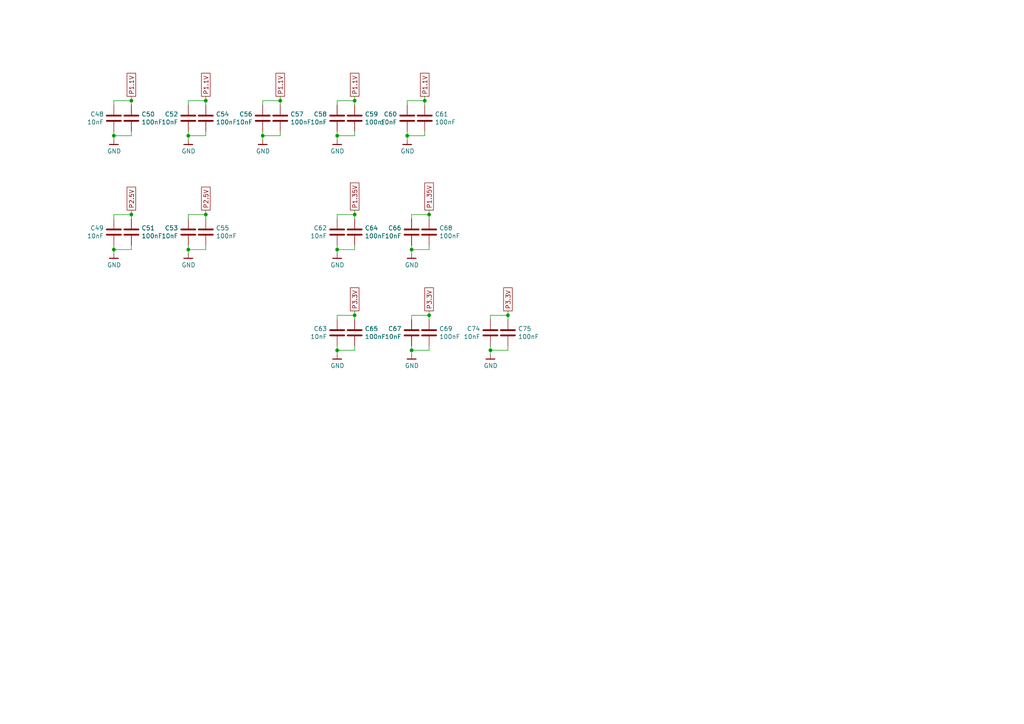
<source format=kicad_sch>
(kicad_sch (version 20231120) (generator "eeschema") (generator_version "8.0")
  (paper "A4")
  (lib_symbols
    (symbol "Device:C" (pin_numbers hide) (pin_names (offset 0.254))
      (property "Reference" "C" (at 0.635 2.54 0))
      (property "Value" "C" (at 0.635 -2.54 0))
      (symbol "C_0_1"
        (polyline (pts (xy -2.032 -0.762) (xy 2.032 -0.762)) (stroke (width 0.508)))
        (polyline (pts (xy -2.032 0.762) (xy 2.032 0.762)) (stroke (width 0.508)))
      )
      (symbol "C_1_1"
        (pin passive line (at 0 3.81 270) (length 2.794) (name "~") (number "1"))
        (pin passive line (at 0 -3.81 90) (length 2.794) (name "~") (number "2"))
      )
    )
    (symbol "OrangeCrab-rescue:GND-gkl_power" (power) (pin_names (offset 0))
      (property "Value" "GND-gkl_power" (at 0 -2.54 0))
      (symbol "GND-gkl_power_0_1"
        (polyline (pts (xy 0 -1.27) (xy 0 0)))
        (polyline (pts (xy 1.27 -1.27) (xy -1.27 -1.27)) (stroke (width 0.3048)))
      )
      (symbol "GND-gkl_power_1_1"
        (pin power_in line (at 0 0 270) (length 0) hide (name "GND") (number "1"))
      )
    )
  )
  (junction (at 59.69 62.23))
  (junction (at 97.79 72.39))
  (junction (at 118.11 39.37))
  (junction (at 97.79 39.37))
  (junction (at 33.02 39.37))
  (junction (at 123.19 29.21))
  (junction (at 54.61 72.39))
  (junction (at 124.46 91.44))
  (junction (at 59.69 29.21))
  (junction (at 147.32 91.44))
  (junction (at 119.38 72.39))
  (junction (at 142.24 101.6))
  (junction (at 119.38 101.6))
  (junction (at 38.1 29.21))
  (junction (at 81.28 29.21))
  (junction (at 97.79 101.6))
  (junction (at 102.87 29.21))
  (junction (at 76.2 39.37))
  (junction (at 38.1 62.23))
  (junction (at 54.61 39.37))
  (junction (at 102.87 91.44))
  (junction (at 102.87 62.23))
  (junction (at 33.02 72.39))
  (junction (at 124.46 62.23))
  (wire (pts (xy 147.32 101.6) (xy 147.32 100.33)))
  (wire (pts (xy 123.19 30.48) (xy 123.19 29.21)))
  (wire (pts (xy 118.11 29.21) (xy 123.19 29.21)))
  (wire (pts (xy 142.24 100.33) (xy 142.24 101.6)))
  (wire (pts (xy 54.61 72.39) (xy 54.61 73.66)))
  (wire (pts (xy 97.79 72.39) (xy 102.87 72.39)))
  (wire (pts (xy 124.46 92.71) (xy 124.46 91.44)))
  (wire (pts (xy 76.2 29.21) (xy 81.28 29.21)))
  (wire (pts (xy 97.79 39.37) (xy 102.87 39.37)))
  (wire (pts (xy 59.69 29.21) (xy 59.69 27.94)))
  (wire (pts (xy 123.19 39.37) (xy 123.19 38.1)))
  (wire (pts (xy 59.69 39.37) (xy 59.69 38.1)))
  (wire (pts (xy 102.87 62.23) (xy 102.87 60.96)))
  (wire (pts (xy 81.28 30.48) (xy 81.28 29.21)))
  (wire (pts (xy 97.79 101.6) (xy 102.87 101.6)))
  (wire (pts (xy 119.38 71.12) (xy 119.38 72.39)))
  (wire (pts (xy 33.02 39.37) (xy 33.02 40.64)))
  (wire (pts (xy 119.38 91.44) (xy 124.46 91.44)))
  (wire (pts (xy 102.87 29.21) (xy 102.87 27.94)))
  (wire (pts (xy 102.87 39.37) (xy 102.87 38.1)))
  (wire (pts (xy 76.2 38.1) (xy 76.2 39.37)))
  (wire (pts (xy 76.2 30.48) (xy 76.2 29.21)))
  (wire (pts (xy 97.79 101.6) (xy 97.79 102.87)))
  (wire (pts (xy 76.2 39.37) (xy 81.28 39.37)))
  (wire (pts (xy 119.38 72.39) (xy 119.38 73.66)))
  (wire (pts (xy 59.69 62.23) (xy 59.69 60.96)))
  (wire (pts (xy 33.02 38.1) (xy 33.02 39.37)))
  (wire (pts (xy 97.79 72.39) (xy 97.79 73.66)))
  (wire (pts (xy 33.02 29.21) (xy 38.1 29.21)))
  (wire (pts (xy 97.79 38.1) (xy 97.79 39.37)))
  (wire (pts (xy 54.61 71.12) (xy 54.61 72.39)))
  (wire (pts (xy 124.46 101.6) (xy 124.46 100.33)))
  (wire (pts (xy 54.61 38.1) (xy 54.61 39.37)))
  (wire (pts (xy 119.38 100.33) (xy 119.38 101.6)))
  (wire (pts (xy 119.38 62.23) (xy 124.46 62.23)))
  (wire (pts (xy 38.1 62.23) (xy 38.1 60.96)))
  (wire (pts (xy 81.28 39.37) (xy 81.28 38.1)))
  (wire (pts (xy 54.61 39.37) (xy 54.61 40.64)))
  (wire (pts (xy 147.32 91.44) (xy 147.32 90.17)))
  (wire (pts (xy 118.11 38.1) (xy 118.11 39.37)))
  (wire (pts (xy 59.69 72.39) (xy 59.69 71.12)))
  (wire (pts (xy 97.79 30.48) (xy 97.79 29.21)))
  (wire (pts (xy 54.61 29.21) (xy 59.69 29.21)))
  (wire (pts (xy 38.1 30.48) (xy 38.1 29.21)))
  (wire (pts (xy 102.87 91.44) (xy 102.87 90.17)))
  (wire (pts (xy 102.87 30.48) (xy 102.87 29.21)))
  (wire (pts (xy 97.79 29.21) (xy 102.87 29.21)))
  (wire (pts (xy 38.1 39.37) (xy 38.1 38.1)))
  (wire (pts (xy 59.69 30.48) (xy 59.69 29.21)))
  (wire (pts (xy 123.19 29.21) (xy 123.19 27.94)))
  (wire (pts (xy 118.11 30.48) (xy 118.11 29.21)))
  (wire (pts (xy 102.87 72.39) (xy 102.87 71.12)))
  (wire (pts (xy 142.24 91.44) (xy 147.32 91.44)))
  (wire (pts (xy 119.38 63.5) (xy 119.38 62.23)))
  (wire (pts (xy 118.11 39.37) (xy 118.11 40.64)))
  (wire (pts (xy 124.46 91.44) (xy 124.46 90.17)))
  (wire (pts (xy 38.1 29.21) (xy 38.1 27.94)))
  (wire (pts (xy 97.79 62.23) (xy 102.87 62.23)))
  (wire (pts (xy 33.02 30.48) (xy 33.02 29.21)))
  (wire (pts (xy 33.02 63.5) (xy 33.02 62.23)))
  (wire (pts (xy 38.1 63.5) (xy 38.1 62.23)))
  (wire (pts (xy 54.61 72.39) (xy 59.69 72.39)))
  (wire (pts (xy 33.02 62.23) (xy 38.1 62.23)))
  (wire (pts (xy 33.02 39.37) (xy 38.1 39.37)))
  (wire (pts (xy 76.2 39.37) (xy 76.2 40.64)))
  (wire (pts (xy 124.46 72.39) (xy 124.46 71.12)))
  (wire (pts (xy 142.24 101.6) (xy 147.32 101.6)))
  (wire (pts (xy 97.79 91.44) (xy 102.87 91.44)))
  (wire (pts (xy 97.79 71.12) (xy 97.79 72.39)))
  (wire (pts (xy 54.61 62.23) (xy 59.69 62.23)))
  (wire (pts (xy 97.79 63.5) (xy 97.79 62.23)))
  (wire (pts (xy 97.79 100.33) (xy 97.79 101.6)))
  (wire (pts (xy 119.38 101.6) (xy 119.38 102.87)))
  (wire (pts (xy 38.1 72.39) (xy 38.1 71.12)))
  (wire (pts (xy 119.38 101.6) (xy 124.46 101.6)))
  (wire (pts (xy 33.02 72.39) (xy 33.02 73.66)))
  (wire (pts (xy 102.87 92.71) (xy 102.87 91.44)))
  (wire (pts (xy 119.38 92.71) (xy 119.38 91.44)))
  (wire (pts (xy 124.46 63.5) (xy 124.46 62.23)))
  (wire (pts (xy 142.24 92.71) (xy 142.24 91.44)))
  (wire (pts (xy 54.61 63.5) (xy 54.61 62.23)))
  (wire (pts (xy 54.61 39.37) (xy 59.69 39.37)))
  (wire (pts (xy 81.28 29.21) (xy 81.28 27.94)))
  (wire (pts (xy 59.69 63.5) (xy 59.69 62.23)))
  (wire (pts (xy 97.79 92.71) (xy 97.79 91.44)))
  (wire (pts (xy 54.61 30.48) (xy 54.61 29.21)))
  (wire (pts (xy 33.02 72.39) (xy 38.1 72.39)))
  (wire (pts (xy 147.32 92.71) (xy 147.32 91.44)))
  (wire (pts (xy 33.02 71.12) (xy 33.02 72.39)))
  (wire (pts (xy 142.24 101.6) (xy 142.24 102.87)))
  (wire (pts (xy 102.87 63.5) (xy 102.87 62.23)))
  (wire (pts (xy 119.38 72.39) (xy 124.46 72.39)))
  (wire (pts (xy 102.87 101.6) (xy 102.87 100.33)))
  (wire (pts (xy 97.79 39.37) (xy 97.79 40.64)))
  (wire (pts (xy 124.46 62.23) (xy 124.46 60.96)))
  (wire (pts (xy 118.11 39.37) (xy 123.19 39.37)))
  (global_label "P2.5V" (shape passive) (at 38.1 60.96 90) (property "Intersheetrefs" "${INTERSHEET_REFS}" (effects (hide yes))))
  (global_label "P1.1V" (shape passive) (at 123.19 27.94 90) (property "Intersheetrefs" "${INTERSHEET_REFS}" (effects (hide yes))))
  (global_label "P3.3V" (shape passive) (at 124.46 90.17 90) (property "Intersheetrefs" "${INTERSHEET_REFS}" (effects (hide yes))))
  (global_label "P1.1V" (shape passive) (at 81.28 27.94 90) (property "Intersheetrefs" "${INTERSHEET_REFS}" (effects (hide yes))))
  (global_label "P1.1V" (shape passive) (at 59.69 27.94 90) (property "Intersheetrefs" "${INTERSHEET_REFS}" (effects (hide yes))))
  (global_label "P1.35V" (shape passive) (at 102.87 60.96 90) (property "Intersheetrefs" "${INTERSHEET_REFS}" (effects (hide yes))))
  (global_label "P1.35V" (shape passive) (at 124.46 60.96 90) (property "Intersheetrefs" "${INTERSHEET_REFS}" (effects (hide yes))))
  (global_label "P2.5V" (shape passive) (at 59.69 60.96 90) (property "Intersheetrefs" "${INTERSHEET_REFS}" (effects (hide yes))))
  (global_label "P3.3V" (shape passive) (at 102.87 90.17 90) (property "Intersheetrefs" "${INTERSHEET_REFS}" (effects (hide yes))))
  (global_label "P3.3V" (shape passive) (at 147.32 90.17 90) (property "Intersheetrefs" "${INTERSHEET_REFS}" (effects (hide yes))))
  (global_label "P1.1V" (shape passive) (at 38.1 27.94 90) (property "Intersheetrefs" "${INTERSHEET_REFS}" (effects (hide yes))))
  (global_label "P1.1V" (shape passive) (at 102.87 27.94 90) (property "Intersheetrefs" "${INTERSHEET_REFS}" (effects (hide yes))))
  (symbol (lib_id "Device:C") (at 33.02 34.29 0) (unit 1)
    (property "Reference" "C48" (at 30.099 33.1216 0) (effects (justify right)))
    (property "Value" "10nF" (at 30.099 35.433 0) (effects (justify right)))
    (property "Footprint" "Capacitor_SMD:C_0201_0603Metric" (effects (hide yes)))
    (property "Mfg" "Samsung Electro-Mechanics" (effects (hide yes)))
    (property "PN" "GRM033R61C103KA12D" (effects (hide yes)))
  )
  (symbol (lib_id "OrangeCrab-rescue:GND-gkl_power") (at 33.02 40.64 0) (unit 1)
    (property "Reference" "#PWR0148" (effects (hide yes)))
    (property "Value" "GND" (at 33.0962 43.8404 0))
  )
  (symbol (lib_id "Device:C") (at 38.1 34.29 0) (unit 1)
    (property "Reference" "C50" (at 41.021 33.1216 0) (effects (justify left)))
    (property "Value" "100nF" (at 41.021 35.433 0) (effects (justify left)))
    (property "Footprint" "Capacitor_SMD:C_0201_0603Metric" (effects (hide yes)))
    (property "Mfg" "Samsung Electro-Mechanics" (effects (hide yes)))
    (property "PN" "CL03A104KQ3NNNC" (effects (hide yes)))
  )
  (symbol (lib_id "Device:C") (at 54.61 34.29 0) (unit 1)
    (property "Reference" "C52" (at 51.689 33.1216 0) (effects (justify right)))
    (property "Value" "10nF" (at 51.689 35.433 0) (effects (justify right)))
    (property "Footprint" "Capacitor_SMD:C_0201_0603Metric" (effects (hide yes)))
    (property "Mfg" "Samsung Electro-Mechanics" (effects (hide yes)))
    (property "PN" "GRM033R61C103KA12D" (effects (hide yes)))
  )
  (symbol (lib_id "OrangeCrab-rescue:GND-gkl_power") (at 54.61 40.64 0) (unit 1)
    (property "Reference" "#PWR0149" (effects (hide yes)))
    (property "Value" "GND" (at 54.6862 43.8404 0))
  )
  (symbol (lib_id "Device:C") (at 59.69 34.29 0) (unit 1)
    (property "Reference" "C54" (at 62.611 33.1216 0) (effects (justify left)))
    (property "Value" "100nF" (at 62.611 35.433 0) (effects (justify left)))
    (property "Footprint" "Capacitor_SMD:C_0201_0603Metric" (effects (hide yes)))
    (property "Mfg" "Samsung Electro-Mechanics" (effects (hide yes)))
    (property "PN" "CL03A104KQ3NNNC" (effects (hide yes)))
  )
  (symbol (lib_id "Device:C") (at 76.2 34.29 0) (unit 1)
    (property "Reference" "C56" (at 73.279 33.1216 0) (effects (justify right)))
    (property "Value" "10nF" (at 73.279 35.433 0) (effects (justify right)))
    (property "Footprint" "Capacitor_SMD:C_0201_0603Metric" (effects (hide yes)))
    (property "Mfg" "Samsung Electro-Mechanics" (effects (hide yes)))
    (property "PN" "GRM033R61C103KA12D" (effects (hide yes)))
  )
  (symbol (lib_id "OrangeCrab-rescue:GND-gkl_power") (at 76.2 40.64 0) (unit 1)
    (property "Reference" "#PWR0150" (effects (hide yes)))
    (property "Value" "GND" (at 76.2762 43.8404 0))
  )
  (symbol (lib_id "Device:C") (at 81.28 34.29 0) (unit 1)
    (property "Reference" "C57" (at 84.201 33.1216 0) (effects (justify left)))
    (property "Value" "100nF" (at 84.201 35.433 0) (effects (justify left)))
    (property "Footprint" "Capacitor_SMD:C_0201_0603Metric" (effects (hide yes)))
    (property "Mfg" "Samsung Electro-Mechanics" (effects (hide yes)))
    (property "PN" "CL03A104KQ3NNNC" (effects (hide yes)))
  )
  (symbol (lib_id "Device:C") (at 97.79 34.29 0) (unit 1)
    (property "Reference" "C58" (at 94.869 33.1216 0) (effects (justify right)))
    (property "Value" "10nF" (at 94.869 35.433 0) (effects (justify right)))
    (property "Footprint" "Capacitor_SMD:C_0201_0603Metric" (effects (hide yes)))
    (property "Mfg" "Samsung Electro-Mechanics" (effects (hide yes)))
    (property "PN" "GRM033R61C103KA12D" (effects (hide yes)))
  )
  (symbol (lib_id "OrangeCrab-rescue:GND-gkl_power") (at 97.79 40.64 0) (unit 1)
    (property "Reference" "#PWR0151" (effects (hide yes)))
    (property "Value" "GND" (at 97.8662 43.8404 0))
  )
  (symbol (lib_id "Device:C") (at 102.87 34.29 0) (unit 1)
    (property "Reference" "C59" (at 105.791 33.1216 0) (effects (justify left)))
    (property "Value" "100nF" (at 105.791 35.433 0) (effects (justify left)))
    (property "Footprint" "Capacitor_SMD:C_0201_0603Metric" (effects (hide yes)))
    (property "Mfg" "Samsung Electro-Mechanics" (effects (hide yes)))
    (property "PN" "CL03A104KQ3NNNC" (effects (hide yes)))
  )
  (symbol (lib_id "Device:C") (at 118.11 34.29 0) (unit 1)
    (property "Reference" "C60" (at 115.189 33.1216 0) (effects (justify right)))
    (property "Value" "10nF" (at 115.189 35.433 0) (effects (justify right)))
    (property "Footprint" "Capacitor_SMD:C_0201_0603Metric" (effects (hide yes)))
    (property "Mfg" "Samsung Electro-Mechanics" (effects (hide yes)))
    (property "PN" "GRM033R61C103KA12D" (effects (hide yes)))
  )
  (symbol (lib_id "OrangeCrab-rescue:GND-gkl_power") (at 118.11 40.64 0) (unit 1)
    (property "Reference" "#PWR0152" (effects (hide yes)))
    (property "Value" "GND" (at 118.1862 43.8404 0))
  )
  (symbol (lib_id "Device:C") (at 123.19 34.29 0) (unit 1)
    (property "Reference" "C61" (at 126.111 33.1216 0) (effects (justify left)))
    (property "Value" "100nF" (at 126.111 35.433 0) (effects (justify left)))
    (property "Footprint" "Capacitor_SMD:C_0201_0603Metric" (effects (hide yes)))
    (property "Mfg" "Samsung Electro-Mechanics" (effects (hide yes)))
    (property "PN" "CL03A104KQ3NNNC" (effects (hide yes)))
  )
  (symbol (lib_id "Device:C") (at 33.02 67.31 0) (unit 1)
    (property "Reference" "C49" (at 30.099 66.1416 0) (effects (justify right)))
    (property "Value" "10nF" (at 30.099 68.453 0) (effects (justify right)))
    (property "Footprint" "Capacitor_SMD:C_0201_0603Metric" (effects (hide yes)))
    (property "Mfg" "Samsung Electro-Mechanics" (effects (hide yes)))
    (property "PN" "GRM033R61C103KA12D" (effects (hide yes)))
  )
  (symbol (lib_id "OrangeCrab-rescue:GND-gkl_power") (at 33.02 73.66 0) (unit 1)
    (property "Reference" "#PWR0153" (effects (hide yes)))
    (property "Value" "GND" (at 33.0962 76.8604 0))
  )
  (symbol (lib_id "Device:C") (at 38.1 67.31 0) (unit 1)
    (property "Reference" "C51" (at 41.021 66.1416 0) (effects (justify left)))
    (property "Value" "100nF" (at 41.021 68.453 0) (effects (justify left)))
    (property "Footprint" "Capacitor_SMD:C_0201_0603Metric" (effects (hide yes)))
    (property "Mfg" "Samsung Electro-Mechanics" (effects (hide yes)))
    (property "PN" "CL03A104KQ3NNNC" (effects (hide yes)))
  )
  (symbol (lib_id "Device:C") (at 54.61 67.31 0) (unit 1)
    (property "Reference" "C53" (at 51.689 66.1416 0) (effects (justify right)))
    (property "Value" "10nF" (at 51.689 68.453 0) (effects (justify right)))
    (property "Footprint" "Capacitor_SMD:C_0201_0603Metric" (effects (hide yes)))
    (property "Mfg" "Samsung Electro-Mechanics" (effects (hide yes)))
    (property "PN" "GRM033R61C103KA12D" (effects (hide yes)))
  )
  (symbol (lib_id "OrangeCrab-rescue:GND-gkl_power") (at 54.61 73.66 0) (unit 1)
    (property "Reference" "#PWR0154" (effects (hide yes)))
    (property "Value" "GND" (at 54.6862 76.8604 0))
  )
  (symbol (lib_id "Device:C") (at 59.69 67.31 0) (unit 1)
    (property "Reference" "C55" (at 62.611 66.1416 0) (effects (justify left)))
    (property "Value" "100nF" (at 62.611 68.453 0) (effects (justify left)))
    (property "Footprint" "Capacitor_SMD:C_0201_0603Metric" (effects (hide yes)))
    (property "Mfg" "Samsung Electro-Mechanics" (effects (hide yes)))
    (property "PN" "CL03A104KQ3NNNC" (effects (hide yes)))
  )
  (symbol (lib_id "Device:C") (at 97.79 67.31 0) (unit 1)
    (property "Reference" "C62" (at 94.869 66.1416 0) (effects (justify right)))
    (property "Value" "10nF" (at 94.869 68.453 0) (effects (justify right)))
    (property "Footprint" "Capacitor_SMD:C_0201_0603Metric" (effects (hide yes)))
    (property "Mfg" "Samsung Electro-Mechanics" (effects (hide yes)))
    (property "PN" "GRM033R61C103KA12D" (effects (hide yes)))
  )
  (symbol (lib_id "OrangeCrab-rescue:GND-gkl_power") (at 97.79 73.66 0) (unit 1)
    (property "Reference" "#PWR0155" (effects (hide yes)))
    (property "Value" "GND" (at 97.8662 76.8604 0))
  )
  (symbol (lib_id "Device:C") (at 102.87 67.31 0) (unit 1)
    (property "Reference" "C64" (at 105.791 66.1416 0) (effects (justify left)))
    (property "Value" "100nF" (at 105.791 68.453 0) (effects (justify left)))
    (property "Footprint" "Capacitor_SMD:C_0201_0603Metric" (effects (hide yes)))
    (property "Mfg" "Samsung Electro-Mechanics" (effects (hide yes)))
    (property "PN" "CL03A104KQ3NNNC" (effects (hide yes)))
  )
  (symbol (lib_id "Device:C") (at 119.38 67.31 0) (unit 1)
    (property "Reference" "C66" (at 116.459 66.1416 0) (effects (justify right)))
    (property "Value" "10nF" (at 116.459 68.453 0) (effects (justify right)))
    (property "Footprint" "Capacitor_SMD:C_0201_0603Metric" (effects (hide yes)))
    (property "Mfg" "Samsung Electro-Mechanics" (effects (hide yes)))
    (property "PN" "GRM033R61C103KA12D" (effects (hide yes)))
  )
  (symbol (lib_id "OrangeCrab-rescue:GND-gkl_power") (at 119.38 73.66 0) (unit 1)
    (property "Reference" "#PWR0156" (effects (hide yes)))
    (property "Value" "GND" (at 119.4562 76.8604 0))
  )
  (symbol (lib_id "Device:C") (at 124.46 67.31 0) (unit 1)
    (property "Reference" "C68" (at 127.381 66.1416 0) (effects (justify left)))
    (property "Value" "100nF" (at 127.381 68.453 0) (effects (justify left)))
    (property "Footprint" "Capacitor_SMD:C_0201_0603Metric" (effects (hide yes)))
    (property "Mfg" "Samsung Electro-Mechanics" (effects (hide yes)))
    (property "PN" "CL03A104KQ3NNNC" (effects (hide yes)))
  )
  (symbol (lib_id "Device:C") (at 97.79 96.52 0) (unit 1)
    (property "Reference" "C63" (at 94.869 95.3516 0) (effects (justify right)))
    (property "Value" "10nF" (at 94.869 97.663 0) (effects (justify right)))
    (property "Footprint" "Capacitor_SMD:C_0201_0603Metric" (effects (hide yes)))
    (property "Mfg" "Samsung Electro-Mechanics" (effects (hide yes)))
    (property "PN" "GRM033R61C103KA12D" (effects (hide yes)))
  )
  (symbol (lib_id "OrangeCrab-rescue:GND-gkl_power") (at 97.79 102.87 0) (unit 1)
    (property "Reference" "#PWR0157" (effects (hide yes)))
    (property "Value" "GND" (at 97.8662 106.0704 0))
  )
  (symbol (lib_id "Device:C") (at 102.87 96.52 0) (unit 1)
    (property "Reference" "C65" (at 105.791 95.3516 0) (effects (justify left)))
    (property "Value" "100nF" (at 105.791 97.663 0) (effects (justify left)))
    (property "Footprint" "Capacitor_SMD:C_0201_0603Metric" (effects (hide yes)))
    (property "Mfg" "Samsung Electro-Mechanics" (effects (hide yes)))
    (property "PN" "CL03A104KQ3NNNC" (effects (hide yes)))
  )
  (symbol (lib_id "Device:C") (at 119.38 96.52 0) (unit 1)
    (property "Reference" "C67" (at 116.459 95.3516 0) (effects (justify right)))
    (property "Value" "10nF" (at 116.459 97.663 0) (effects (justify right)))
    (property "Footprint" "Capacitor_SMD:C_0201_0603Metric" (effects (hide yes)))
    (property "Mfg" "Samsung Electro-Mechanics" (effects (hide yes)))
    (property "PN" "GRM033R61C103KA12D" (effects (hide yes)))
  )
  (symbol (lib_id "OrangeCrab-rescue:GND-gkl_power") (at 119.38 102.87 0) (unit 1)
    (property "Reference" "#PWR0158" (effects (hide yes)))
    (property "Value" "GND" (at 119.4562 106.0704 0))
  )
  (symbol (lib_id "Device:C") (at 124.46 96.52 0) (unit 1)
    (property "Reference" "C69" (at 127.381 95.3516 0) (effects (justify left)))
    (property "Value" "100nF" (at 127.381 97.663 0) (effects (justify left)))
    (property "Footprint" "Capacitor_SMD:C_0201_0603Metric" (effects (hide yes)))
    (property "Mfg" "Samsung Electro-Mechanics" (effects (hide yes)))
    (property "PN" "CL03A104KQ3NNNC" (effects (hide yes)))
  )
  (symbol (lib_id "Device:C") (at 142.24 96.52 0) (unit 1)
    (property "Reference" "C74" (at 139.319 95.3516 0) (effects (justify right)))
    (property "Value" "10nF" (at 139.319 97.663 0) (effects (justify right)))
    (property "Footprint" "Capacitor_SMD:C_0201_0603Metric" (effects (hide yes)))
    (property "Mfg" "Samsung Electro-Mechanics" (effects (hide yes)))
    (property "PN" "GRM033R61C103KA12D" (effects (hide yes)))
  )
  (symbol (lib_id "OrangeCrab-rescue:GND-gkl_power") (at 142.24 102.87 0) (unit 1)
    (property "Reference" "#PWR0163" (effects (hide yes)))
    (property "Value" "GND" (at 142.3162 106.0704 0))
  )
  (symbol (lib_id "Device:C") (at 147.32 96.52 0) (unit 1)
    (property "Reference" "C75" (at 150.241 95.3516 0) (effects (justify left)))
    (property "Value" "100nF" (at 150.241 97.663 0) (effects (justify left)))
    (property "Footprint" "Capacitor_SMD:C_0201_0603Metric" (effects (hide yes)))
    (property "Mfg" "Samsung Electro-Mechanics" (effects (hide yes)))
    (property "PN" "CL03A104KQ3NNNC" (effects (hide yes)))
  )
)
</source>
